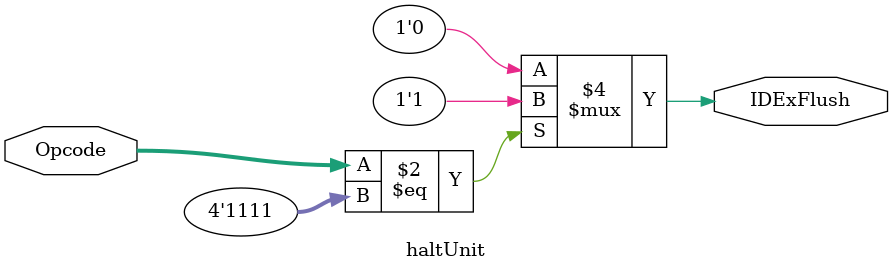
<source format=v>
module haltUnit
(
	input [3:0] Opcode,
	output reg IDExFlush
);

always @(*)
begin
	if(Opcode == 4'b1111)
		begin
		//active high
		IDExFlush <= 1;
		end
	else
		begin
		IDExFlush <= 0;
		end
	end
endmodule	

</source>
